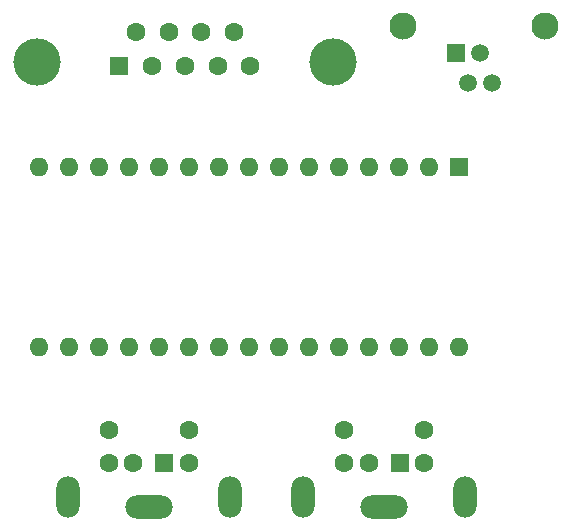
<source format=gbr>
%TF.GenerationSoftware,KiCad,Pcbnew,7.0.2*%
%TF.CreationDate,2024-03-26T11:17:04+09:00*%
%TF.ProjectId,dual_arduino_macplus_adapter,6475616c-5f61-4726-9475-696e6f5f6d61,rev?*%
%TF.SameCoordinates,Original*%
%TF.FileFunction,Soldermask,Top*%
%TF.FilePolarity,Negative*%
%FSLAX46Y46*%
G04 Gerber Fmt 4.6, Leading zero omitted, Abs format (unit mm)*
G04 Created by KiCad (PCBNEW 7.0.2) date 2024-03-26 11:17:04*
%MOMM*%
%LPD*%
G01*
G04 APERTURE LIST*
%ADD10C,2.300000*%
%ADD11R,1.500000X1.500000*%
%ADD12C,1.500000*%
%ADD13O,2.000000X3.500000*%
%ADD14R,1.600000X1.600000*%
%ADD15C,1.600000*%
%ADD16O,4.000000X2.000000*%
%ADD17C,4.000000*%
%ADD18O,1.600000X1.600000*%
G04 APERTURE END LIST*
D10*
%TO.C,J4*%
X141890000Y-47760000D03*
X129890000Y-47760000D03*
D11*
X134360000Y-50060000D03*
D12*
X135380000Y-52600000D03*
X136400000Y-50060000D03*
X137420000Y-52600000D03*
%TD*%
D13*
%TO.C,J3*%
X121450000Y-87630000D03*
X135150000Y-87630000D03*
D14*
X129600000Y-84780000D03*
D15*
X127000000Y-84780000D03*
X131700000Y-84780000D03*
X124900000Y-84780000D03*
X131700000Y-81980000D03*
X124900000Y-81980000D03*
D16*
X128300000Y-88430000D03*
%TD*%
D13*
%TO.C,J2*%
X101510000Y-87630000D03*
X115210000Y-87630000D03*
D14*
X109660000Y-84780000D03*
D15*
X107060000Y-84780000D03*
X111760000Y-84780000D03*
X104960000Y-84780000D03*
X111760000Y-81980000D03*
X104960000Y-81980000D03*
D16*
X108360000Y-88430000D03*
%TD*%
D17*
%TO.C,J1*%
X98915000Y-50800000D03*
X123915000Y-50800000D03*
D14*
X105875000Y-51100000D03*
D15*
X108645000Y-51100000D03*
X111415000Y-51100000D03*
X114185000Y-51100000D03*
X116955000Y-51100000D03*
X107260000Y-48260000D03*
X110030000Y-48260000D03*
X112800000Y-48260000D03*
X115570000Y-48260000D03*
%TD*%
D14*
%TO.C,A1*%
X134620000Y-59690000D03*
D18*
X132080000Y-59690000D03*
X129540000Y-59690000D03*
X127000000Y-59690000D03*
X124460000Y-59690000D03*
X121920000Y-59690000D03*
X119380000Y-59690000D03*
X116840000Y-59690000D03*
X114300000Y-59690000D03*
X111760000Y-59690000D03*
X109220000Y-59690000D03*
X106680000Y-59690000D03*
X104140000Y-59690000D03*
X101600000Y-59690000D03*
X99060000Y-59690000D03*
X99060000Y-74930000D03*
X101600000Y-74930000D03*
X104140000Y-74930000D03*
X106680000Y-74930000D03*
X109220000Y-74930000D03*
X111760000Y-74930000D03*
X114300000Y-74930000D03*
X116840000Y-74930000D03*
X119380000Y-74930000D03*
X121920000Y-74930000D03*
X124460000Y-74930000D03*
X127000000Y-74930000D03*
X129540000Y-74930000D03*
X132080000Y-74930000D03*
X134620000Y-74930000D03*
%TD*%
M02*

</source>
